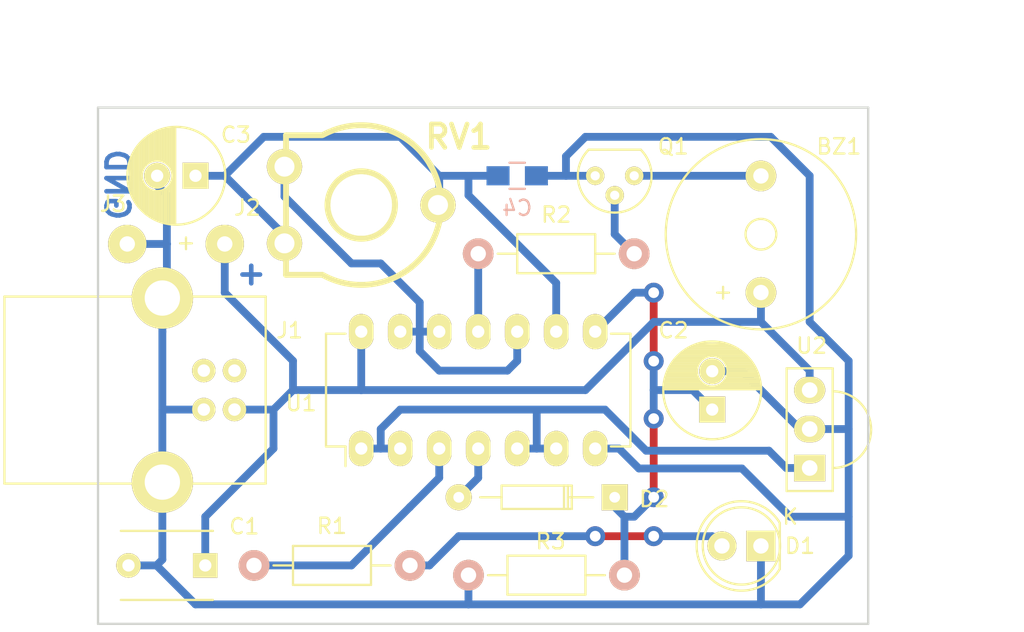
<source format=kicad_pcb>
(kicad_pcb (version 20221018) (generator pcbnew)
  (layers (0 "F.Cu" signal) (31 "B.Cu" signal) (34 "B.Paste" user) (35 "F.Paste" user) (36 "B.SilkS" user "B.Silkscreen") (37 "F.SilkS" user "F.Silkscreen") (38 "B.Mask" user) (39 "F.Mask" user) (44 "Edge.Cuts" user))
  (net 0 "")
  (net 1 "Net-(Q1-Pad2)")
  (net 2 "GND")
  (net 3 "Net-(BZ1-Pad2)")
  (net 4 "+5V")
  (net 5 "Net-(C2-Pad1)")
  (net 6 "Net-(C3-Pad1)")
  (net 7 "Net-(D1-Pad2)")
  (net 8 "Net-(D2-Pad2)")
  (net 9 "Net-(J1-Pad2)")
  (net 10 "Net-(J1-Pad3)")
  (net 11 "Net-(R1-Pad2)")
  (net 12 "Net-(R2-Pad2)")
  (net 13 "Net-(RV1-Pad1)")
  (net 14 "Net-(U1-Pad1)")
  (footprint "TO_SOT_Packages_THT:TO-92_Molded_Narrow" (layer "F.Cu") (at 67.945 26.67 180)
    (fp_text reference "Q1" (at -2.54 1.905 180) (layer "F.SilkS"))
    (fp_text value "BC548")
    (fp_line (start -0.43 1.7) (end 2.97 1.7) (stroke (width 0.15)) (layer "F.SilkS"))
    (fp_arc (start -0.427056 1.697056) (mid -0.947311 -0.91844) (end 1.27 -2.4) (stroke (width 0.15)) (layer "F.SilkS"))
    (fp_arc (start 1.27 -2.4) (mid 3.487311 -0.91844) (end 2.967056 1.697056) (stroke (width 0.15)) (layer "F.SilkS"))
    (pad "1" thru_hole circle (at 0 0 270) (size 1.2 1.2) (drill 0.6) (layers "*.Cu" "*.Mask" "F.SilkS") (net 3 "Net-(BZ1-Pad2)"))
    (pad "2" thru_hole circle (at 1.27 -1.27 270) (size 1.2 1.2) (drill 0.6) (layers "*.Cu" "*.Mask" "F.SilkS") (net 1 "Net-(Q1-Pad2)"))
    (pad "3" thru_hole circle (at 2.54 0 270) (size 1.2 1.2) (drill 0.6) (layers "*.Cu" "*.Mask" "F.SilkS") (net 2 "GND"))
  )
  (footprint "Buzzers_Beepers:Buzzer_12x9.5RM7.6" (layer "F.Cu") (at 76.2 30.48 90)
    (fp_text reference "BZ1" (at 5.715 5.08 180) (layer "F.SilkS"))
    (fp_text value "Buzzer")
    (fp_text user "+" (at -3.81 -2.54 90) (layer "F.SilkS"))
    (fp_circle (center 0 0) (end 1.00076 0) (stroke (width 0.15)) (fill none) (layer "F.SilkS"))
    (fp_circle (center 0 0) (end 6.20014 0) (stroke (width 0.15)) (fill none) (layer "F.SilkS"))
    (pad "1" thru_hole circle (at -3.79984 0 90) (size 2 2) (drill 1.00076) (layers "*.Cu" "*.Mask" "F.SilkS") (net 4 "+5V"))
    (pad "2" thru_hole circle (at 3.79984 0 90) (size 2 2) (drill 1.00076) (layers "*.Cu" "*.Mask" "F.SilkS") (net 3 "Net-(BZ1-Pad2)"))
  )
  (footprint "Capacitors_ThroughHole:C_Disc_D6_P5" (layer "F.Cu") (at 40.005 52.07 180)
    (fp_text reference "C1" (at -2.54 2.54 180) (layer "F.SilkS"))
    (fp_text value "100nf")
    (fp_line (start -0.5 -2.25) (end 5.5 -2.25) (stroke (width 0.15)) (layer "F.SilkS"))
    (fp_line (start 5.5 2.25) (end -0.5 2.25) (stroke (width 0.15)) (layer "F.SilkS"))
    (pad "1" thru_hole rect (at 0 0 180) (size 1.6 1.6) (drill 0.8) (layers "*.Cu" "*.Mask" "F.SilkS") (net 4 "+5V"))
    (pad "2" thru_hole circle (at 5 0 180) (size 1.6 1.6) (drill 0.8) (layers "*.Cu" "*.Mask" "F.SilkS") (net 2 "GND"))
  )
  (footprint "Capacitors_ThroughHole:C_Radial_D6.3_L11.2_P2.5" (layer "F.Cu") (at 73.025 41.91 90)
    (fp_text reference "C2" (at 5.16 -2.525 180) (layer "F.SilkS"))
    (fp_text value "10 uF")
    (fp_line (start 1.325 -3.149) (end 1.325 3.149) (stroke (width 0.15)) (layer "F.SilkS"))
    (fp_line (start 1.465 -3.143) (end 1.465 3.143) (stroke (width 0.15)) (layer "F.SilkS"))
    (fp_line (start 1.605 -3.13) (end 1.605 -0.446) (stroke (width 0.15)) (layer "F.SilkS"))
    (fp_line (start 1.605 0.446) (end 1.605 3.13) (stroke (width 0.15)) (layer "F.SilkS"))
    (fp_line (start 1.745 -3.111) (end 1.745 -0.656) (stroke (width 0.15)) (layer "F.SilkS"))
    (fp_line (start 1.745 0.656) (end 1.745 3.111) (stroke (width 0.15)) (layer "F.SilkS"))
    (fp_line (start 1.885 -3.085) (end 1.885 -0.789) (stroke (width 0.15)) (layer "F.SilkS"))
    (fp_line (start 1.885 0.789) (end 1.885 3.085) (stroke (width 0.15)) (layer "F.SilkS"))
    (fp_line (start 2.025 -3.053) (end 2.025 -0.88) (stroke (width 0.15)) (layer "F.SilkS"))
    (fp_line (start 2.025 0.88) (end 2.025 3.053) (stroke (width 0.15)) (layer "F.SilkS"))
    (fp_line (start 2.165 -3.014) (end 2.165 -0.942) (stroke (width 0.15)) (layer "F.SilkS"))
    (fp_line (start 2.165 0.942) (end 2.165 3.014) (stroke (width 0.15)) (layer "F.SilkS"))
    (fp_line (start 2.305 -2.968) (end 2.305 -0.981) (stroke (width 0.15)) (layer "F.SilkS"))
    (fp_line (start 2.305 0.981) (end 2.305 2.968) (stroke (width 0.15)) (layer "F.SilkS"))
    (fp_line (start 2.445 -2.915) (end 2.445 -0.998) (stroke (width 0.15)) (layer "F.SilkS"))
    (fp_line (start 2.445 0.998) (end 2.445 2.915) (stroke (width 0.15)) (layer "F.SilkS"))
    (fp_line (start 2.585 -2.853) (end 2.585 -0.996) (stroke (width 0.15)) (layer "F.SilkS"))
    (fp_line (start 2.585 0.996) (end 2.585 2.853) (stroke (width 0.15)) (layer "F.SilkS"))
    (fp_line (start 2.725 -2.783) (end 2.725 -0.974) (stroke (width 0.15)) (layer "F.SilkS"))
    (fp_line (start 2.725 0.974) (end 2.725 2.783) (stroke (width 0.15)) (layer "F.SilkS"))
    (fp_line (start 2.865 -2.704) (end 2.865 -0.931) (stroke (width 0.15)) (layer "F.SilkS"))
    (fp_line (start 2.865 0.931) (end 2.865 2.704) (stroke (width 0.15)) (layer "F.SilkS"))
    (fp_line (start 3.005 -2.616) (end 3.005 -0.863) (stroke (width 0.15)) (layer "F.SilkS"))
    (fp_line (start 3.005 0.863) (end 3.005 2.616) (stroke (width 0.15)) (layer "F.SilkS"))
    (fp_line (start 3.145 -2.516) (end 3.145 -0.764) (stroke (width 0.15)) (layer "F.SilkS"))
    (fp_line (start 3.145 0.764) (end 3.145 2.516) (stroke (width 0.15)) (layer "F.SilkS"))
    (fp_line (start 3.285 -2.404) (end 3.285 -0.619) (stroke (width 0.15)) (layer "F.SilkS"))
    (fp_line (start 3.285 0.619) (end 3.285 2.404) (stroke (width 0.15)) (layer "F.SilkS"))
    (fp_line (start 3.425 -2.279) (end 3.425 -0.38) (stroke (width 0.15)) (layer "F.SilkS"))
    (fp_line (start 3.425 0.38) (end 3.425 2.279) (stroke (width 0.15)) (layer "F.SilkS"))
    (fp_line (start 3.565 -2.136) (end 3.565 2.136) (stroke (width 0.15)) (layer "F.SilkS"))
    (fp_line (start 3.705 -1.974) (end 3.705 1.974) (stroke (width 0.15)) (layer "F.SilkS"))
    (fp_line (start 3.845 -1.786) (end 3.845 1.786) (stroke (width 0.15)) (layer "F.SilkS"))
    (fp_line (start 3.985 -1.563) (end 3.985 1.563) (stroke (width 0.15)) (layer "F.SilkS"))
    (fp_line (start 4.125 -1.287) (end 4.125 1.287) (stroke (width 0.15)) (layer "F.SilkS"))
    (fp_line (start 4.265 -0.912) (end 4.265 0.912) (stroke (width 0.15)) (layer "F.SilkS"))
    (fp_circle (center 1.25 0) (end 1.25 -3.1875) (stroke (width 0.15)) (fill none) (layer "F.SilkS"))
    (fp_circle (center 2.5 0) (end 2.5 -1) (stroke (width 0.15)) (fill none) (layer "F.SilkS"))
    (pad "1" thru_hole rect (at 0 0 90) (size 1.7 1.7) (drill 0.8) (layers "*.Cu" "*.Mask" "F.SilkS") (net 5 "Net-(C2-Pad1)"))
    (pad "2" thru_hole circle (at 2.5 0 90) (size 1.7 1.7) (drill 0.8) (layers "*.Cu" "*.Mask" "F.SilkS") (net 2 "GND"))
  )
  (footprint "Capacitors_ThroughHole:C_Radial_D6.3_L11.2_P2.5" (layer "F.Cu") (at 39.37 26.67 180)
    (fp_text reference "C3" (at -2.63 2.67 180) (layer "F.SilkS"))
    (fp_text value "1 uF")
    (fp_line (start 1.325 -3.149) (end 1.325 3.149) (stroke (width 0.15)) (layer "F.SilkS"))
    (fp_line (start 1.465 -3.143) (end 1.465 3.143) (stroke (width 0.15)) (layer "F.SilkS"))
    (fp_line (start 1.605 -3.13) (end 1.605 -0.446) (stroke (width 0.15)) (layer "F.SilkS"))
    (fp_line (start 1.605 0.446) (end 1.605 3.13) (stroke (width 0.15)) (layer "F.SilkS"))
    (fp_line (start 1.745 -3.111) (end 1.745 -0.656) (stroke (width 0.15)) (layer "F.SilkS"))
    (fp_line (start 1.745 0.656) (end 1.745 3.111) (stroke (width 0.15)) (layer "F.SilkS"))
    (fp_line (start 1.885 -3.085) (end 1.885 -0.789) (stroke (width 0.15)) (layer "F.SilkS"))
    (fp_line (start 1.885 0.789) (end 1.885 3.085) (stroke (width 0.15)) (layer "F.SilkS"))
    (fp_line (start 2.025 -3.053) (end 2.025 -0.88) (stroke (width 0.15)) (layer "F.SilkS"))
    (fp_line (start 2.025 0.88) (end 2.025 3.053) (stroke (width 0.15)) (layer "F.SilkS"))
    (fp_line (start 2.165 -3.014) (end 2.165 -0.942) (stroke (width 0.15)) (layer "F.SilkS"))
    (fp_line (start 2.165 0.942) (end 2.165 3.014) (stroke (width 0.15)) (layer "F.SilkS"))
    (fp_line (start 2.305 -2.968) (end 2.305 -0.981) (stroke (width 0.15)) (layer "F.SilkS"))
    (fp_line (start 2.305 0.981) (end 2.305 2.968) (stroke (width 0.15)) (layer "F.SilkS"))
    (fp_line (start 2.445 -2.915) (end 2.445 -0.998) (stroke (width 0.15)) (layer "F.SilkS"))
    (fp_line (start 2.445 0.998) (end 2.445 2.915) (stroke (width 0.15)) (layer "F.SilkS"))
    (fp_line (start 2.585 -2.853) (end 2.585 -0.996) (stroke (width 0.15)) (layer "F.SilkS"))
    (fp_line (start 2.585 0.996) (end 2.585 2.853) (stroke (width 0.15)) (layer "F.SilkS"))
    (fp_line (start 2.725 -2.783) (end 2.725 -0.974) (stroke (width 0.15)) (layer "F.SilkS"))
    (fp_line (start 2.725 0.974) (end 2.725 2.783) (stroke (width 0.15)) (layer "F.SilkS"))
    (fp_line (start 2.865 -2.704) (end 2.865 -0.931) (stroke (width 0.15)) (layer "F.SilkS"))
    (fp_line (start 2.865 0.931) (end 2.865 2.704) (stroke (width 0.15)) (layer "F.SilkS"))
    (fp_line (start 3.005 -2.616) (end 3.005 -0.863) (stroke (width 0.15)) (layer "F.SilkS"))
    (fp_line (start 3.005 0.863) (end 3.005 2.616) (stroke (width 0.15)) (layer "F.SilkS"))
    (fp_line (start 3.145 -2.516) (end 3.145 -0.764) (stroke (width 0.15)) (layer "F.SilkS"))
    (fp_line (start 3.145 0.764) (end 3.145 2.516) (stroke (width 0.15)) (layer "F.SilkS"))
    (fp_line (start 3.285 -2.404) (end 3.285 -0.619) (stroke (width 0.15)) (layer "F.SilkS"))
    (fp_line (start 3.285 0.619) (end 3.285 2.404) (stroke (width 0.15)) (layer "F.SilkS"))
    (fp_line (start 3.425 -2.279) (end 3.425 -0.38) (stroke (width 0.15)) (layer "F.SilkS"))
    (fp_line (start 3.425 0.38) (end 3.425 2.279) (stroke (width 0.15)) (layer "F.SilkS"))
    (fp_line (start 3.565 -2.136) (end 3.565 2.136) (stroke (width 0.15)) (layer "F.SilkS"))
    (fp_line (start 3.705 -1.974) (end 3.705 1.974) (stroke (width 0.15)) (layer "F.SilkS"))
    (fp_line (start 3.845 -1.786) (end 3.845 1.786) (stroke (width 0.15)) (layer "F.SilkS"))
    (fp_line (start 3.985 -1.563) (end 3.985 1.563) (stroke (width 0.15)) (layer "F.SilkS"))
    (fp_line (start 4.125 -1.287) (end 4.125 1.287) (stroke (width 0.15)) (layer "F.SilkS"))
    (fp_line (start 4.265 -0.912) (end 4.265 0.912) (stroke (width 0.15)) (layer "F.SilkS"))
    (fp_circle (center 1.25 0) (end 1.25 -3.1875) (stroke (width 0.15)) (fill none) (layer "F.SilkS"))
    (fp_circle (center 2.5 0) (end 2.5 -1) (stroke (width 0.15)) (fill none) (layer "F.SilkS"))
    (pad "1" thru_hole rect (at 0 0 180) (size 1.7 1.7) (drill 0.8) (layers "*.Cu" "*.Mask" "F.SilkS") (net 6 "Net-(C3-Pad1)"))
    (pad "2" thru_hole circle (at 2.5 0 180) (size 1.7 1.7) (drill 0.8) (layers "*.Cu" "*.Mask" "F.SilkS") (net 2 "GND"))
  )
  (footprint "LEDs:LED-5MM" (layer "F.Cu") (at 76.2 50.8 180)
    (fp_text reference "D1" (at -2.54 0 180) (layer "F.SilkS"))
    (fp_text value "LED")
    (fp_text user "K" (at -1.905 1.905 180) (layer "F.SilkS"))
    (fp_line (start -1.23 1.5) (end -1.23 -1.5) (stroke (width 0.15)) (layer "F.SilkS"))
    (fp_arc (start -1.23 -1.5) (mid 4.18544 -0.014565) (end -1.214888 1.524904) (stroke (width 0.15)) (layer "F.SilkS"))
    (fp_circle (center 1.27 0) (end 0.97 -2.5) (stroke (width 0.15)) (fill none) (layer "F.SilkS"))
    (pad "1" thru_hole rect (at 0 0 270) (size 2 1.9) (drill 1.00076) (layers "*.Cu" "*.Mask" "F.SilkS") (net 2 "GND"))
    (pad "2" thru_hole circle (at 2.54 0 180) (size 1.9 1.9) (drill 1.00076) (layers "*.Cu" "*.Mask" "F.SilkS") (net 7 "Net-(D1-Pad2)"))
  )
  (footprint "Diodes_ThroughHole:Diode_DO-35_SOD27_Horizontal_RM10" (layer "F.Cu") (at 66.675 47.625 180)
    (fp_text reference "D2" (at -2.575 -0.125 180) (layer "F.SilkS"))
    (fp_text value "1N4148")
    (fp_line (start 2.79452 -0.76454) (end 2.79452 -0.00254) (stroke (width 0.15)) (layer "F.SilkS"))
    (fp_line (start 2.79452 -0.00254) (end 2.79452 0.75946) (stroke (width 0.15)) (layer "F.SilkS"))
    (fp_line (start 2.79452 0.75946) (end 7.36652 0.75946) (stroke (width 0.15)) (layer "F.SilkS"))
    (fp_line (start 2.92152 -0.00254) (end 1.39752 -0.00254) (stroke (width 0.15)) (layer "F.SilkS"))
    (fp_line (start 3.04852 -0.76454) (end 3.04852 0.75946) (stroke (width 0.15)) (layer "F.SilkS"))
    (fp_line (start 3.30252 -0.76454) (end 3.30252 0.75946) (stroke (width 0.15)) (layer "F.SilkS"))
    (fp_line (start 7.36652 -0.76454) (end 2.79452 -0.76454) (stroke (width 0.15)) (layer "F.SilkS"))
    (fp_line (start 7.36652 -0.00254) (end 8.76352 -0.00254) (stroke (width 0.15)) (layer "F.SilkS"))
    (fp_line (start 7.36652 0.75946) (end 7.36652 -0.76454) (stroke (width 0.15)) (layer "F.SilkS"))
    (pad "1" thru_hole rect (at 0.00052 -0.00254) (size 1.69926 1.69926) (drill 0.70104) (layers "*.Cu" "*.Mask" "F.SilkS") (net 5 "Net-(C2-Pad1)"))
    (pad "2" thru_hole circle (at 10.16052 -0.00254) (size 1.69926 1.69926) (drill 0.70104) (layers "*.Cu" "*.Mask" "F.SilkS") (net 8 "Net-(D2-Pad2)"))
  )
  (footprint "Connect:USB_B" (layer "F.Cu") (at 41.91 41.91 180)
    (fp_text reference "J1" (at -3.59 5.16) (layer "F.SilkS"))
    (fp_text value "USB_B")
    (fp_line (start -2.032 -4.826) (end 3.048 -4.826) (stroke (width 0.15)) (layer "F.SilkS"))
    (fp_line (start -2.032 7.366) (end -2.032 -4.826) (stroke (width 0.15)) (layer "F.SilkS"))
    (fp_line (start -2.032 7.366) (end 3.048 7.366) (stroke (width 0.15)) (layer "F.SilkS"))
    (fp_line (start 6.35 -4.826) (end 14.986 -4.826) (stroke (width 0.15)) (layer "F.SilkS"))
    (fp_line (start 6.35 7.366) (end 14.986 7.366) (stroke (width 0.15)) (layer "F.SilkS"))
    (fp_line (start 14.986 -4.826) (end 14.986 7.366) (stroke (width 0.15)) (layer "F.SilkS"))
    (pad "1" thru_hole circle (at 0 0 90) (size 1.524 1.524) (drill 0.8128) (layers "*.Cu" "*.Mask" "F.SilkS") (net 4 "+5V"))
    (pad "2" thru_hole circle (at 0 2.54 90) (size 1.524 1.524) (drill 0.8128) (layers "*.Cu" "*.Mask" "F.SilkS") (net 9 "Net-(J1-Pad2)"))
    (pad "3" thru_hole circle (at 1.99898 2.54 90) (size 1.524 1.524) (drill 0.8128) (layers "*.Cu" "*.Mask" "F.SilkS") (net 10 "Net-(J1-Pad3)"))
    (pad "4" thru_hole circle (at 1.99898 0 90) (size 1.524 1.524) (drill 0.8128) (layers "*.Cu" "*.Mask" "F.SilkS") (net 2 "GND"))
    (pad "5" thru_hole circle (at 4.699 -4.72948 90) (size 4 4) (drill 2.30124) (layers "*.Cu" "*.Mask" "F.SilkS") (net 2 "GND"))
    (pad "5" thru_hole circle (at 4.699 7.26948 90) (size 4 4) (drill 2.30124) (layers "*.Cu" "*.Mask" "F.SilkS") (net 2 "GND"))
  )
  (footprint "Resistors_ThroughHole:Resistor_Horizontal_RM10mm" (layer "F.Cu") (at 53.34 52.07 180)
    (fp_text reference "R1" (at 5.09 2.57 180) (layer "F.SilkS"))
    (fp_text value "1K")
    (fp_line (start 2.54 -1.27) (end 7.62 -1.27) (stroke (width 0.15)) (layer "F.SilkS"))
    (fp_line (start 2.54 0) (end 1.27 0) (stroke (width 0.15)) (layer "F.SilkS"))
    (fp_line (start 2.54 1.27) (end 2.54 -1.27) (stroke (width 0.15)) (layer "F.SilkS"))
    (fp_line (start 7.62 -1.27) (end 7.62 1.27) (stroke (width 0.15)) (layer "F.SilkS"))
    (fp_line (start 7.62 0) (end 8.89 0) (stroke (width 0.15)) (layer "F.SilkS"))
    (fp_line (start 7.62 1.27) (end 2.54 1.27) (stroke (width 0.15)) (layer "F.SilkS"))
    (pad "1" thru_hole circle (at 0 0 180) (size 1.99898 1.99898) (drill 1.00076) (layers "*.Cu" "*.SilkS" "*.Mask") (net 7 "Net-(D1-Pad2)"))
    (pad "2" thru_hole circle (at 10.16 0 180) (size 1.99898 1.99898) (drill 1.00076) (layers "*.Cu" "*.SilkS" "*.Mask") (net 11 "Net-(R1-Pad2)"))
  )
  (footprint "Resistors_ThroughHole:Resistor_Horizontal_RM10mm" (layer "F.Cu") (at 67.945 31.75 180)
    (fp_text reference "R2" (at 5.08 2.54) (layer "F.SilkS"))
    (fp_text value "1k")
    (fp_line (start 2.54 -1.27) (end 7.62 -1.27) (stroke (width 0.15)) (layer "F.SilkS"))
    (fp_line (start 2.54 0) (end 1.27 0) (stroke (width 0.15)) (layer "F.SilkS"))
    (fp_line (start 2.54 1.27) (end 2.54 -1.27) (stroke (width 0.15)) (layer "F.SilkS"))
    (fp_line (start 7.62 -1.27) (end 7.62 1.27) (stroke (width 0.15)) (layer "F.SilkS"))
    (fp_line (start 7.62 0) (end 8.89 0) (stroke (width 0.15)) (layer "F.SilkS"))
    (fp_line (start 7.62 1.27) (end 2.54 1.27) (stroke (width 0.15)) (layer "F.SilkS"))
    (pad "1" thru_hole circle (at 0 0 180) (size 1.99898 1.99898) (drill 1.00076) (layers "*.Cu" "*.SilkS" "*.Mask") (net 1 "Net-(Q1-Pad2)"))
    (pad "2" thru_hole circle (at 10.16 0 180) (size 1.99898 1.99898) (drill 1.00076) (layers "*.Cu" "*.SilkS" "*.Mask") (net 12 "Net-(R2-Pad2)"))
  )
  (footprint "Resistors_ThroughHole:Resistor_Horizontal_RM10mm" (layer "F.Cu") (at 67.31 52.705 180)
    (fp_text reference "R3" (at 4.81 2.205 180) (layer "F.SilkS"))
    (fp_text value "4K7")
    (fp_line (start 2.54 -1.27) (end 7.62 -1.27) (stroke (width 0.15)) (layer "F.SilkS"))
    (fp_line (start 2.54 0) (end 1.27 0) (stroke (width 0.15)) (layer "F.SilkS"))
    (fp_line (start 2.54 1.27) (end 2.54 -1.27) (stroke (width 0.15)) (layer "F.SilkS"))
    (fp_line (start 7.62 -1.27) (end 7.62 1.27) (stroke (width 0.15)) (layer "F.SilkS"))
    (fp_line (start 7.62 0) (end 8.89 0) (stroke (width 0.15)) (layer "F.SilkS"))
    (fp_line (start 7.62 1.27) (end 2.54 1.27) (stroke (width 0.15)) (layer "F.SilkS"))
    (pad "1" thru_hole circle (at 0 0 180) (size 1.99898 1.99898) (drill 1.00076) (layers "*.Cu" "*.SilkS" "*.Mask") (net 5 "Net-(C2-Pad1)"))
    (pad "2" thru_hole circle (at 10.16 0 180) (size 1.99898 1.99898) (drill 1.00076) (layers "*.Cu" "*.SilkS" "*.Mask") (net 2 "GND"))
  )
  (footprint "smisioto_w_pth_resistors:trimmer_piher_pt10xv10" (layer "F.Cu") (at 50.165 28.575 90)
    (fp_text reference "RV1" (at 4.445 6.35 180) (layer "F.SilkS") (effects (font (size 1.524 1.524) (thickness 0.3048))))
    (fp_text value "POT_TRIM" hide)
    (fp_line (start -4.55 -4.9) (end -4.55 -2.55) (stroke (width 0.381)) (layer "F.SilkS"))
    (fp_line (start 4.55 -4.9) (end -4.55 -4.9) (stroke (width 0.381)) (layer "F.SilkS"))
    (fp_line (start 4.55 -2.55) (end 4.55 -4.9) (stroke (width 0.381)) (layer "F.SilkS"))
    (fp_arc (start -2.51 4.56) (mid -4.999245 1.449569) (end -4.56 -2.51) (stroke (width 0.381)) (layer "F.SilkS"))
    (fp_arc (start 2.66 4.47) (mid -1.279863 5.041671) (end -4.47 2.66) (stroke (width 0.381)) (layer "F.SilkS"))
    (fp_arc (start 4.58 -2.47) (mid 4.985103 1.491995) (end 2.47 4.58) (stroke (width 0.381)) (layer "F.SilkS"))
    (fp_circle (center 0 0) (end 2.2 0) (stroke (width 0.381)) (fill none) (layer "F.SilkS"))
    (pad "" np_thru_hole circle (at 0 0 90) (size 4 4) (drill 4) (layers "*.Cu" "*.Mask" "F.SilkS"))
    (pad "1" thru_hole circle (at 2.5 -5 90) (size 2.3 2.3) (drill 1.3) (layers "*.Cu" "*.Mask" "F.SilkS") (net 13 "Net-(RV1-Pad1)"))
    (pad "2" thru_hole circle (at 0 5 90) (size 2.3 2.3) (drill 1.3) (layers "*.Cu" "*.Mask" "F.SilkS") (net 6 "Net-(C3-Pad1)"))
    (pad "3" thru_hole circle (at -2.5 -5 90) (size 2.3 2.3) (drill 1.3) (layers "*.Cu" "*.Mask" "F.SilkS") (net 6 "Net-(C3-Pad1)"))
  )
  (footprint "opto:VS1838B" (layer "F.Cu") (at 79.375 45.72 180)
    (fp_text reference "U2" (at -0.125 7.97 180) (layer "F.SilkS"))
    (fp_text value "VS1838B")
    (fp_line (start -1.5 -1.5) (end -1.5 6.5) (stroke (width 0.15)) (layer "F.SilkS"))
    (fp_line (start -1.5 6.5) (end 1.5 6.5) (stroke (width 0.15)) (layer "F.SilkS"))
    (fp_line (start 1.5 -1.5) (end -1.5 -1.5) (stroke (width 0.15)) (layer "F.SilkS"))
    (fp_line (start 1.5 6.5) (end 1.5 -1.5) (stroke (width 0.15)) (layer "F.SilkS"))
    (fp_arc (start -4 2.5) (mid -3.267767 0.732233) (end -1.5 0) (stroke (width 0.15)) (layer "F.SilkS"))
    (fp_arc (start -1.5 5) (mid -3.267767 4.267767) (end -4 2.5) (stroke (width 0.15)) (layer "F.SilkS"))
    (pad "1" thru_hole rect (at 0 0 180) (size 2.032 1.7272) (drill 1.016) (layers "*.Cu" "*.Mask" "F.SilkS") (net 14 "Net-(U1-Pad1)"))
    (pad "2" thru_hole oval (at 0 2.54 180) (size 2.032 1.7272) (drill 1.016) (layers "*.Cu" "*.Mask" "F.SilkS") (net 2 "GND"))
    (pad "3" thru_hole oval (at 0 5.08 180) (size 2.032 1.7272) (drill 1.016) (layers "*.Cu" "*.Mask" "F.SilkS") (net 4 "+5V"))
  )
  (footprint "Wire_Pads:SolderWirePad_single_1mmDrill" (layer "F.Cu") (at 41.275 31.115)
    (fp_text reference "J2" (at 1.475 -2.365) (layer "F.SilkS"))
    (fp_text value "CONN_01X01")
    (pad "1" thru_hole circle (at 0 0) (size 2.49936 2.49936) (drill 1.00076) (layers "*.Cu" "*.Mask" "F.SilkS") (net 4 "+5V"))
  )
  (footprint "Wire_Pads:SolderWirePad_single_1mmDrill" (layer "F.Cu") (at 34.925 31.115)
    (fp_text reference "J3" (at -0.925 -2.615) (layer "F.SilkS"))
    (fp_text value "CONN_01X01")
    (pad "1" thru_hole circle (at 0 0) (size 2.49936 2.49936) (drill 1.00076) (layers "*.Cu" "*.Mask" "F.SilkS") (net 2 "GND"))
  )
  (footprint "Housings_DIP:DIP-14_W7.62mm_LongPads" (layer "F.Cu") (at 50.165 44.45 90)
    (fp_text reference "U1" (at 2.95 -3.915 180) (layer "F.SilkS"))
    (fp_text value "4093")
    (fp_line (start 0.135 -2.295) (end 0.135 -1.025) (stroke (width 0.15)) (layer "F.SilkS"))
    (fp_line (start 0.135 -2.295) (end 7.485 -2.295) (stroke (width 0.15)) (layer "F.SilkS"))
    (fp_line (start 0.135 -1.025) (end -1.15 -1.025) (stroke (width 0.15)) (layer "F.SilkS"))
    (fp_line (start 0.135 17.535) (end 0.135 16.265) (stroke (width 0.15)) (layer "F.SilkS"))
    (fp_line (start 0.135 17.535) (end 7.485 17.535) (stroke (width 0.15)) (layer "F.SilkS"))
    (fp_line (start 7.485 -2.295) (end 7.485 -1.025) (stroke (width 0.15)) (layer "F.SilkS"))
    (fp_line (start 7.485 17.535) (end 7.485 16.265) (stroke (width 0.15)) (layer "F.SilkS"))
    (pad "1" thru_hole oval (at 0 0 90) (size 2.3 1.6) (drill 0.8) (layers "*.Cu" "*.Mask" "F.SilkS") (net 14 "Net-(U1-Pad1)"))
    (pad "2" thru_hole oval (at 0 2.54 90) (size 2.3 1.6) (drill 0.8) (layers "*.Cu" "*.Mask" "F.SilkS") (net 14 "Net-(U1-Pad1)"))
    (pad "3" thru_hole oval (at 0 5.08 90) (size 2.3 1.6) (drill 0.8) (layers "*.Cu" "*.Mask" "F.SilkS") (net 11 "Net-(R1-Pad2)"))
    (pad "4" thru_hole oval (at 0 7.62 90) (size 2.3 1.6) (drill 0.8) (layers "*.Cu" "*.Mask" "F.SilkS") (net 8 "Net-(D2-Pad2)"))
    (pad "5" thru_hole oval (at 0 10.16 90) (size 2.3 1.6) (drill 0.8) (layers "*.Cu" "*.Mask" "F.SilkS") (net 14 "Net-(U1-Pad1)"))
    (pad "6" thru_hole oval (at 0 12.7 90) (size 2.3 1.6) (drill 0.8) (layers "*.Cu" "*.Mask" "F.SilkS") (net 14 "Net-(U1-Pad1)"))
    (pad "7" thru_hole oval (at 0 15.24 90) (size 2.3 1.6) (drill 0.8) (layers "*.Cu" "*.Mask" "F.SilkS") (net 2 "GND"))
    (pad "8" thru_hole oval (at 7.62 15.24 90) (size 2.3 1.6) (drill 0.8) (layers "*.Cu" "*.Mask" "F.SilkS") (net 5 "Net-(C2-Pad1)"))
    (pad "9" thru_hole oval (at 7.62 12.7 90) (size 2.3 1.6) (drill 0.8) (layers "*.Cu" "*.Mask" "F.SilkS") (net 6 "Net-(C3-Pad1)"))
    (pad "10" thru_hole oval (at 7.62 10.16 90) (size 2.3 1.6) (drill 0.8) (layers "*.Cu" "*.Mask" "F.SilkS") (net 13 "Net-(RV1-Pad1)"))
    (pad "11" thru_hole oval (at 7.62 7.62 90) (size 2.3 1.6) (drill 0.8) (layers "*.Cu" "*.Mask" "F.SilkS") (net 12 "Net-(R2-Pad2)"))
    (pad "12" thru_hole oval (at 7.62 5.08 90) (size 2.3 1.6) (drill 0.8) (layers "*.Cu" "*.Mask" "F.SilkS") (net 13 "Net-(RV1-Pad1)"))
    (pad "13" thru_hole oval (at 7.62 2.54 90) (size 2.3 1.6) (drill 0.8) (layers "*.Cu" "*.Mask" "F.SilkS") (net 13 "Net-(RV1-Pad1)"))
    (pad "14" thru_hole oval (at 7.62 0 90) (size 2.3 1.6) (drill 0.8) (layers "*.Cu" "*.Mask" "F.SilkS") (net 4 "+5V"))
  )
  (footprint "Capacitors_SMD:C_0805_HandSoldering" (layer "B.Cu") (at 60.325 26.67)
    (fp_text reference "C4" (at 0 2.1) (layer "B.SilkS") (effects (justify mirror)))
    (fp_text value "100nf")
    (fp_line (start -0.5 -0.85) (end 0.5 -0.85) (stroke (width 0.15)) (layer "B.SilkS"))
    (fp_line (start 0.5 0.85) (end -0.5 0.85) (stroke (width 0.15)) (layer "B.SilkS"))
    (pad "1" smd rect (at -1.25 0) (size 1.5 1.25) (layers "B.Cu" "B.Paste" "B.Mask") (net 6 "Net-(C3-Pad1)"))
    (pad "2" smd rect (at 1.25 0) (size 1.5 1.25) (layers "B.Cu" "B.Paste" "B.Mask") (net 2 "GND"))
  )
  (gr_line (start 33.02 22.225) (end 83.185 22.225) (stroke (width 0.15)) (layer "Edge.Cuts"))
  (gr_line (start 33.02 55.88) (end 33.02 22.225) (stroke (width 0.15)) (layer "Edge.Cuts"))
  (gr_line (start 83.185 22.225) (end 83.185 55.88) (stroke (width 0.15)) (layer "Edge.Cuts"))
  (gr_line (start 83.185 55.88) (end 33.02 55.88) (stroke (width 0.15)) (layer "Edge.Cuts"))
  (gr_text "+" (at 43 33) (layer "B.Cu") (effects (font (size 1.5 1.5) (thickness 0.3)) (justify mirror)))
  (gr_text "GND" (at 34.25 27.25 270) (layer "B.Cu") (effects (font (size 1.5 1.5) (thickness 0.3)) (justify mirror)))
  (gr_text "+" (at 38.75 31) (layer "F.SilkS") (effects (font (size 1 1))))
  (segment (start 66.675 30.48) (end 67.945 31.75) (width 0.508) (layer "B.Cu") (net 1))
  (segment (start 66.675 27.94) (end 66.675 30.48) (width 0.508) (layer "B.Cu") (net 1))
  (segment (start 37.211 41.91) (end 37.211 46.63948) (width 0.508) (layer "B.Cu") (net 2))
  (segment (start 37.505 34.34652) (end 37.211 34.64052) (width 0.508) (layer "B.Cu") (net 2))
  (segment (start 36.83 52.07) (end 39.37 54.61) (width 0.508) (layer "B.Cu") (net 2))
  (segment (start 78.74 54.61) (end 81.915 51.435) (width 0.508) (layer "B.Cu") (net 2))
  (segment (start 81.915 51.435) (end 81.915 48.895) (width 0.508) (layer "B.Cu") (net 2))
  (segment (start 37.211 51.689) (end 36.83 52.07) (width 0.508) (layer "B.Cu") (net 2))
  (segment (start 76.835 24.13) (end 64.77 24.13) (width 0.508) (layer "B.Cu") (net 2))
  (segment (start 64.77 24.13) (end 63.5 25.4) (width 0.508) (layer "B.Cu") (net 2))
  (segment (start 63.5 25.4) (end 63.5 26.67) (width 0.508) (layer "B.Cu") (net 2))
  (segment (start 63.5 26.67) (end 65.405 26.67) (width 0.508) (layer "B.Cu") (net 2))
  (segment (start 74.97 39.41) (end 78.74 43.18) (width 0.508) (layer "B.Cu") (net 2))
  (segment (start 78.74 43.18) (end 79.375 43.18) (width 0.508) (layer "B.Cu") (net 2))
  (segment (start 76.2 54.61) (end 78.74 54.61) (width 0.508) (layer "B.Cu") (net 2))
  (segment (start 57.15 54.61) (end 76.2 54.61) (width 0.508) (layer "B.Cu") (net 2))
  (segment (start 81.915 43.18) (end 81.915 38.735) (width 0.508) (layer "B.Cu") (net 2))
  (segment (start 37.211 36.83) (end 37.211 41.91) (width 0.508) (layer "B.Cu") (net 2))
  (segment (start 36.87 27.305) (end 37.505 27.94) (width 0.508) (layer "B.Cu") (net 2))
  (segment (start 37.505 31.115) (end 37.465 31.115) (width 0.508) (layer "B.Cu") (net 2))
  (segment (start 37.465 31.115) (end 37.505 31.115) (width 0.508) (layer "B.Cu") (net 2))
  (segment (start 37.505 31.115) (end 37.505 34.34652) (width 0.508) (layer "B.Cu") (net 2))
  (segment (start 79.375 26.67) (end 76.835 24.13) (width 0.508) (layer "B.Cu") (net 2))
  (segment (start 79.375 36.195) (end 81.915 38.735) (width 0.508) (layer "B.Cu") (net 2))
  (segment (start 78.105 48.895) (end 81.915 48.895) (width 0.508) (layer "B.Cu") (net 2))
  (segment (start 68.25 45.75) (end 74.96 45.75) (width 0.508) (layer "B.Cu") (net 2))
  (segment (start 66.95 44.45) (end 68.25 45.75) (width 0.508) (layer "B.Cu") (net 2))
  (segment (start 73.025 39.41) (end 74.97 39.41) (width 0.508) (layer "B.Cu") (net 2))
  (segment (start 74.96 45.75) (end 78.105 48.895) (width 0.508) (layer "B.Cu") (net 2))
  (segment (start 57.15 52.705) (end 57.15 54.61) (width 0.508) (layer "B.Cu") (net 2))
  (segment (start 79.375 26.67) (end 79.375 36.195) (width 0.508) (layer "B.Cu") (net 2))
  (segment (start 81.915 48.895) (end 81.915 43.18) (width 0.508) (layer "B.Cu") (net 2))
  (segment (start 34.925 31.115) (end 37.505 31.115) (width 0.508) (layer "B.Cu") (net 2))
  (segment (start 76.2 50.8) (end 76.2 54.61) (width 0.508) (layer "B.Cu") (net 2))
  (segment (start 37.211 34.64052) (end 37.211 36.83) (width 0.508) (layer "B.Cu") (net 2))
  (segment (start 39.37 54.61) (end 57.15 54.61) (width 0.508) (layer "B.Cu") (net 2))
  (segment (start 37.505 27.94) (end 37.505 31.115) (width 0.508) (layer "B.Cu") (net 2))
  (segment (start 37.211 41.91) (end 39.91102 41.91) (width 0.508) (layer "B.Cu") (net 2))
  (segment (start 79.375 43.18) (end 81.915 43.18) (width 0.508) (layer "B.Cu") (net 2))
  (segment (start 37.211 46.63948) (end 37.211 51.689) (width 0.508) (layer "B.Cu") (net 2))
  (segment (start 36.87 26.67) (end 36.87 27.305) (width 0.508) (layer "B.Cu") (net 2))
  (segment (start 61.575 26.67) (end 63.5 26.67) (width 0.508) (layer "B.Cu") (net 2))
  (segment (start 35.005 52.07) (end 36.83 52.07) (width 0.508) (layer "B.Cu") (net 2))
  (segment (start 65.405 44.45) (end 66.95 44.45) (width 0.508) (layer "B.Cu") (net 2))
  (segment (start 76.18984 26.67) (end 76.2 26.68016) (width 0.508) (layer "B.Cu") (net 3))
  (segment (start 67.945 26.67) (end 76.18984 26.67) (width 0.508) (layer "B.Cu") (net 3))
  (segment (start 44.45 41.91) (end 41.91 41.91) (width 0.508) (layer "B.Cu") (net 4))
  (segment (start 40.005 48.895) (end 44.45 44.45) (width 0.508) (layer "B.Cu") (net 4))
  (segment (start 44.45 44.45) (end 44.45 41.91) (width 0.508) (layer "B.Cu") (net 4))
  (segment (start 76.2 36.195) (end 79.375 39.37) (width 0.508) (layer "B.Cu") (net 4))
  (segment (start 69.215 36.195) (end 64.77 40.64) (width 0.508) (layer "B.Cu") (net 4))
  (segment (start 64.77 40.64) (end 50.165 40.64) (width 0.508) (layer "B.Cu") (net 4))
  (segment (start 45.72 40.64) (end 44.45 41.91) (width 0.508) (layer "B.Cu") (net 4))
  (segment (start 45.72 38.735) (end 45.72 40.64) (width 0.508) (layer "B.Cu") (net 4))
  (segment (start 41.275 34.29) (end 45.72 38.735) (width 0.508) (layer "B.Cu") (net 4))
  (segment (start 50.165 40.64) (end 45.72 40.64) (width 0.508) (layer "B.Cu") (net 4))
  (segment (start 50.165 36.83) (end 50.165 40.64) (width 0.508) (layer "B.Cu") (net 4))
  (segment (start 41.275 31.115) (end 41.275 34.29) (width 0.508) (layer "B.Cu") (net 4))
  (segment (start 40.005 52.07) (end 40.005 48.895) (width 0.508) (layer "B.Cu") (net 4))
  (segment (start 76.2 36.195) (end 69.215 36.195) (width 0.508) (layer "B.Cu") (net 4))
  (segment (start 76.2 34.27984) (end 76.2 36.195) (width 0.508) (layer "B.Cu") (net 4))
  (segment (start 79.375 40.64) (end 79.375 39.37) (width 0.508) (layer "B.Cu") (net 4))
  (segment (start 69.215 34.29) (end 69.215 38.75) (width 0.508) (layer "F.Cu") (net 5))
  (segment (start 69.215 47.625) (end 69.215 42.5) (width 0.508) (layer "F.Cu") (net 5))
  (via (at 69.215 42.5) (size 1.3) (drill 0.7) (layers "F.Cu" "B.Cu") (net 5))
  (via (at 69.215 47.625) (size 1.3) (drill 0.7) (layers "F.Cu" "B.Cu") (net 5))
  (via (at 69.215 38.75) (size 1.3) (drill 0.7) (layers "F.Cu" "B.Cu") (net 5))
  (via (at 69.215 34.29) (size 1.3) (drill 0.7) (layers "F.Cu" "B.Cu") (net 5))
  (segment (start 67.30948 52.70448) (end 67.31 52.705) (width 0.508) (layer "B.Cu") (net 5))
  (segment (start 67.30948 48.895) (end 67.30948 52.70448) (width 0.508) (layer "B.Cu") (net 5))
  (segment (start 66.67448 48.26) (end 67.30948 48.895) (width 0.508) (layer "B.Cu") (net 5))
  (segment (start 67.945 48.895) (end 69.215 47.625) (width 0.508) (layer "B.Cu") (net 5))
  (segment (start 67.945 34.29) (end 69.215 34.29) (width 0.508) (layer "B.Cu") (net 5))
  (segment (start 71.755 40.64) (end 69.215 40.64) (width 0.508) (layer "B.Cu") (net 5))
  (segment (start 65.405 36.83) (end 67.945 34.29) (width 0.508) (layer "B.Cu") (net 5))
  (segment (start 73.025 41.91) (end 71.755 40.64) (width 0.508) (layer "B.Cu") (net 5))
  (segment (start 66.67448 47.62754) (end 66.67448 48.26) (width 0.508) (layer "B.Cu") (net 5))
  (segment (start 69.215 40.64) (end 69.215 42.5) (width 0.508) (layer "B.Cu") (net 5))
  (segment (start 67.30948 48.895) (end 67.945 48.895) (width 0.508) (layer "B.Cu") (net 5))
  (segment (start 69.215 38.75) (end 69.215 40.64) (width 0.508) (layer "B.Cu") (net 5))
  (segment (start 52.705 24.13) (end 55.245 26.67) (width 0.508) (layer "B.Cu") (net 6))
  (segment (start 52.705 24.13) (end 43.815 24.13) (width 0.508) (layer "B.Cu") (net 6))
  (segment (start 55.245 28.495) (end 55.165 28.575) (width 0.508) (layer "B.Cu") (net 6))
  (segment (start 62.865 33.655) (end 57.15 27.94) (width 0.508) (layer "B.Cu") (net 6))
  (segment (start 57.15 27.94) (end 57.15 26.67) (width 0.508) (layer "B.Cu") (net 6))
  (segment (start 57.15 26.67) (end 55.245 26.67) (width 0.508) (layer "B.Cu") (net 6))
  (segment (start 41.275 26.67) (end 45.165 30.56) (width 0.508) (layer "B.Cu") (net 6))
  (segment (start 45.165 30.56) (end 45.165 31.075) (width 0.508) (layer "B.Cu") (net 6))
  (segment (start 39.37 26.67) (end 41.275 26.67) (width 0.508) (layer "B.Cu") (net 6))
  (segment (start 59.075 26.67) (end 57.15 26.67) (width 0.508) (layer "B.Cu") (net 6))
  (segment (start 55.245 26.67) (end 55.245 28.495) (width 0.508) (layer "B.Cu") (net 6))
  (segment (start 62.865 36.83) (end 62.865 33.655) (width 0.508) (layer "B.Cu") (net 6))
  (segment (start 41.275 26.67) (end 43.815 24.13) (width 0.508) (layer "B.Cu") (net 6))
  (segment (start 65.405 50.165) (end 69.215 50.165) (width 0.508) (layer "F.Cu") (net 7))
  (via (at 69.215 50.165) (size 1.3) (drill 0.7) (layers "F.Cu" "B.Cu") (net 7))
  (via (at 65.405 50.165) (size 1.3) (drill 0.7) (layers "F.Cu" "B.Cu") (net 7))
  (segment (start 56.515 50.165) (end 54.61 52.07) (width 0.508) (layer "B.Cu") (net 7))
  (segment (start 56.515 50.165) (end 65.405 50.165) (width 0.508) (layer "B.Cu") (net 7))
  (segment (start 73.025 50.165) (end 73.66 50.8) (width 0.508) (layer "B.Cu") (net 7))
  (segment (start 53.34 52.07) (end 54.61 52.07) (width 0.508) (layer "B.Cu") (net 7))
  (segment (start 73.025 50.165) (end 69.215 50.165) (width 0.508) (layer "B.Cu") (net 7))
  (segment (start 57.785 46.35702) (end 56.51448 47.62754) (width 0.508) (layer "B.Cu") (net 8))
  (segment (start 57.785 44.45) (end 57.785 46.35702) (width 0.508) (layer "B.Cu") (net 8))
  (segment (start 49.53 52.07) (end 53.34 48.26) (width 0.508) (layer "B.Cu") (net 11))
  (segment (start 53.34 48.26) (end 53.34 48.26) (width 0.508) (layer "B.Cu") (net 11))
  (segment (start 53.34 48.26) (end 55.245 46.355) (width 0.508) (layer "B.Cu") (net 11))
  (segment (start 55.245 46.355) (end 55.245 44.45) (width 0.508) (layer "B.Cu") (net 11))
  (segment (start 43.18 52.07) (end 49.53 52.07) (width 0.508) (layer "B.Cu") (net 11))
  (segment (start 57.785 31.75) (end 57.785 36.83) (width 0.508) (layer "B.Cu") (net 12))
  (segment (start 45.165 28.02) (end 49.53 32.385) (width 0.508) (layer "B.Cu") (net 13))
  (segment (start 53.975 36.83) (end 55.245 36.83) (width 0.508) (layer "B.Cu") (net 13))
  (segment (start 53.975 38.1) (end 55.245 39.37) (width 0.508) (layer "B.Cu") (net 13))
  (segment (start 55.245 39.37) (end 59.69 39.37) (width 0.508) (layer "B.Cu") (net 13))
  (segment (start 59.69 39.37) (end 60.325 38.735) (width 0.508) (layer "B.Cu") (net 13))
  (segment (start 60.325 38.735) (end 60.325 36.83) (width 0.508) (layer "B.Cu") (net 13))
  (segment (start 53.975 34.925) (end 51.435 32.385) (width 0.508) (layer "B.Cu") (net 13))
  (segment (start 51.435 32.385) (end 49.53 32.385) (width 0.508) (layer "B.Cu") (net 13))
  (segment (start 52.705 36.83) (end 53.975 36.83) (width 0.508) (layer "B.Cu") (net 13))
  (segment (start 53.975 36.83) (end 53.975 38.1) (width 0.508) (layer "B.Cu") (net 13))
  (segment (start 53.975 36.83) (end 53.975 34.925) (width 0.508) (layer "B.Cu") (net 13))
  (segment (start 45.165 26.075) (end 45.165 28.02) (width 0.508) (layer "B.Cu") (net 13))
  (segment (start 52.705 41.91) (end 51.435 43.18) (width 0.508) (layer "B.Cu") (net 14))
  (segment (start 51.435 43.18) (end 51.435 44.45) (width 0.508) (layer "B.Cu") (net 14))
  (segment (start 51.435 44.45) (end 52.705 44.45) (width 0.508) (layer "B.Cu") (net 14))
  (segment (start 61.595 41.91) (end 52.705 41.91) (width 0.508) (layer "B.Cu") (net 14))
  (segment (start 61.595 44.45) (end 62.865 44.45) (width 0.508) (layer "B.Cu") (net 14))
  (segment (start 61.595 41.91) (end 61.595 44.45) (width 0.508) (layer "B.Cu") (net 14))
  (segment (start 76.722989 44.591989) (end 77.851 45.72) (width 0.508) (layer "B.Cu") (net 14))
  (segment (start 77.851 45.72) (end 79.375 45.72) (width 0.508) (layer "B.Cu") (net 14))
  (segment (start 61.595 41.91) (end 66.04 41.91) (width 0.508) (layer "B.Cu") (net 14))
  (segment (start 60.325 44.45) (end 61.595 44.45) (width 0.508) (layer "B.Cu") (net 14))
  (segment (start 66.04 41.91) (end 68.721989 44.591989) (width 0.508) (layer "B.Cu") (net 14))
  (segment (start 50.165 44.45) (end 51.435 44.45) (width 0.508) (layer "B.Cu") (net 14))
  (segment (start 68.721989 44.591989) (end 76.722989 44.591989) (width 0.508) (layer "B.Cu") (net 14))
)
</source>
